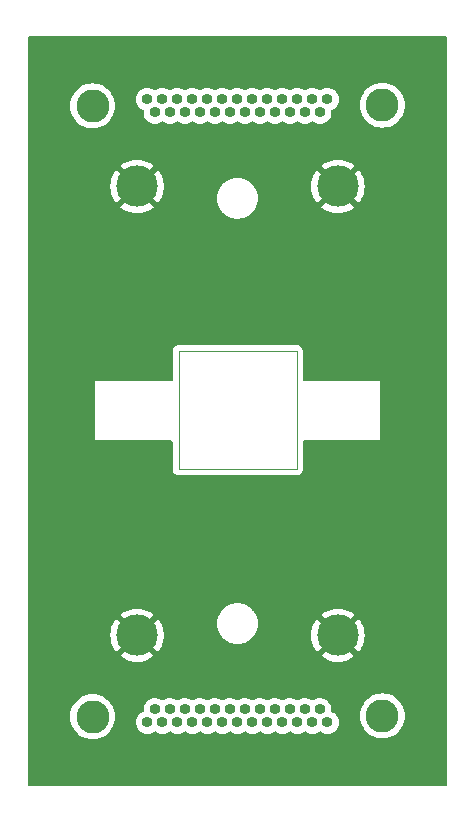
<source format=gbr>
%TF.GenerationSoftware,KiCad,Pcbnew,7.0.2*%
%TF.CreationDate,2023-09-29T19:09:54-06:00*%
%TF.ProjectId,micro-d-tes-aaray,6d696372-6f2d-4642-9d74-65732d616172,rev?*%
%TF.SameCoordinates,Original*%
%TF.FileFunction,Copper,L4,Bot*%
%TF.FilePolarity,Positive*%
%FSLAX46Y46*%
G04 Gerber Fmt 4.6, Leading zero omitted, Abs format (unit mm)*
G04 Created by KiCad (PCBNEW 7.0.2) date 2023-09-29 19:09:54*
%MOMM*%
%LPD*%
G01*
G04 APERTURE LIST*
%TA.AperFunction,NonConductor*%
%ADD10C,0.010000*%
%TD*%
%TA.AperFunction,ComponentPad*%
%ADD11C,3.500000*%
%TD*%
%TA.AperFunction,ComponentPad*%
%ADD12O,0.920000X0.920000*%
%TD*%
%TA.AperFunction,SMDPad,CuDef*%
%ADD13C,2.800000*%
%TD*%
G04 APERTURE END LIST*
D10*
X12760000Y-26690000D02*
X22760000Y-26690000D01*
X22760000Y-36690000D01*
X12760000Y-36690000D01*
X12760000Y-26690000D01*
D11*
%TO.P,H1,1,1*%
%TO.N,GND*%
X9250000Y-50750000D03*
%TD*%
%TO.P,H4,1,1*%
%TO.N,GND*%
X9250000Y-12750000D03*
%TD*%
%TO.P,H3,1,1*%
%TO.N,GND*%
X26250000Y-50750000D03*
%TD*%
%TO.P,H2,1,1*%
%TO.N,GND*%
X26250000Y-12750000D03*
%TD*%
D12*
%TO.P,J99,1,1*%
%TO.N,Net-(J1-Pin_1)*%
X25370000Y-5374500D03*
%TO.P,J99,2,2*%
%TO.N,Net-(J2-Pin_1)*%
X24100000Y-5374500D03*
%TO.P,J99,3,3*%
%TO.N,Net-(J3-Pin_1)*%
X22830000Y-5374500D03*
%TO.P,J99,4,4*%
%TO.N,Net-(J4-Pin_1)*%
X21560000Y-5374500D03*
%TO.P,J99,5,5*%
%TO.N,Net-(J5-Pin_1)*%
X20290000Y-5374500D03*
%TO.P,J99,6,6*%
%TO.N,Net-(J6-Pin_1)*%
X19020000Y-5374500D03*
%TO.P,J99,7,7*%
%TO.N,Net-(J7-Pin_1)*%
X17750000Y-5374500D03*
%TO.P,J99,8,8*%
%TO.N,Net-(J8-Pin_1)*%
X16480000Y-5374500D03*
%TO.P,J99,9,9*%
%TO.N,Net-(J9-Pin_1)*%
X15210000Y-5374500D03*
%TO.P,J99,10,10*%
%TO.N,Net-(J10-Pin_1)*%
X13940000Y-5374500D03*
%TO.P,J99,11,11*%
%TO.N,Net-(J11-Pin_1)*%
X12670000Y-5374500D03*
%TO.P,J99,12,12*%
%TO.N,Net-(J12-Pin_1)*%
X11400000Y-5374500D03*
%TO.P,J99,13,13*%
%TO.N,Net-(J13-Pin_1)*%
X10130000Y-5374500D03*
%TO.P,J99,14,P14*%
%TO.N,Net-(J14-Pin_1)*%
X24735000Y-6474500D03*
%TO.P,J99,15,P15*%
%TO.N,Net-(J15-Pin_1)*%
X23465000Y-6474500D03*
%TO.P,J99,16,P16*%
%TO.N,Net-(J16-Pin_1)*%
X22195000Y-6474500D03*
%TO.P,J99,17,P17*%
%TO.N,Net-(J17-Pin_1)*%
X20925000Y-6474500D03*
%TO.P,J99,18,P18*%
%TO.N,Net-(J18-Pin_1)*%
X19655000Y-6474500D03*
%TO.P,J99,19,P19*%
%TO.N,Net-(J19-Pin_1)*%
X18385000Y-6474500D03*
%TO.P,J99,20,P20*%
%TO.N,Net-(J20-Pin_1)*%
X17115000Y-6474500D03*
%TO.P,J99,21,P21*%
%TO.N,Net-(J21-Pin_1)*%
X15845000Y-6474500D03*
%TO.P,J99,22,P22*%
%TO.N,Net-(J22-Pin_1)*%
X14575000Y-6474500D03*
%TO.P,J99,23,P23*%
%TO.N,Net-(J23-Pin_1)*%
X13305000Y-6474500D03*
%TO.P,J99,24,P24*%
%TO.N,Net-(J24-Pin_1)*%
X12035000Y-6474500D03*
%TO.P,J99,25,P25*%
%TO.N,Net-(J25-Pin_1)*%
X10765000Y-6474500D03*
D13*
%TO.P,J99,GND*%
%TO.N,N/C*%
X30025000Y-5864500D03*
X5475000Y-5924500D03*
%TD*%
D12*
%TO.P,J26,1,1*%
%TO.N,Net-(D1-Pin_1)*%
X10130000Y-58124500D03*
%TO.P,J26,2,2*%
%TO.N,Net-(D2-Pin_1)*%
X11400000Y-58124500D03*
%TO.P,J26,3,3*%
%TO.N,Net-(D3-Pin_1)*%
X12670000Y-58124500D03*
%TO.P,J26,4,4*%
%TO.N,Net-(D4-Pin_1)*%
X13940000Y-58124500D03*
%TO.P,J26,5,5*%
%TO.N,Net-(D5-Pin_1)*%
X15210000Y-58124500D03*
%TO.P,J26,6,6*%
%TO.N,Net-(D6-Pin_1)*%
X16480000Y-58124500D03*
%TO.P,J26,7,7*%
%TO.N,Net-(D7-Pin_1)*%
X17750000Y-58124500D03*
%TO.P,J26,8,8*%
%TO.N,Net-(D8-Pin_1)*%
X19020000Y-58124500D03*
%TO.P,J26,9,9*%
%TO.N,Net-(D9-Pin_1)*%
X20290000Y-58124500D03*
%TO.P,J26,10,10*%
%TO.N,Net-(D10-Pin_1)*%
X21560000Y-58124500D03*
%TO.P,J26,11,11*%
%TO.N,Net-(D11-Pin_1)*%
X22830000Y-58124500D03*
%TO.P,J26,12,12*%
%TO.N,Net-(D12-Pin_1)*%
X24100000Y-58124500D03*
%TO.P,J26,13,13*%
%TO.N,Net-(D13-Pin_1)*%
X25370000Y-58124500D03*
%TO.P,J26,14,P14*%
%TO.N,Net-(D14-Pin_1)*%
X10765000Y-57024500D03*
%TO.P,J26,15,P15*%
%TO.N,Net-(D15-Pin_1)*%
X12035000Y-57024500D03*
%TO.P,J26,16,P16*%
%TO.N,Net-(D16-Pin_1)*%
X13305000Y-57024500D03*
%TO.P,J26,17,P17*%
%TO.N,Net-(D17-Pin_1)*%
X14575000Y-57024500D03*
%TO.P,J26,18,P18*%
%TO.N,Net-(D18-Pin_1)*%
X15845000Y-57024500D03*
%TO.P,J26,19,P19*%
%TO.N,Net-(D19-Pin_1)*%
X17115000Y-57024500D03*
%TO.P,J26,20,P20*%
%TO.N,Net-(D20-Pin_1)*%
X18385000Y-57024500D03*
%TO.P,J26,21,P21*%
%TO.N,Net-(D21-Pin_1)*%
X19655000Y-57024500D03*
%TO.P,J26,22,P22*%
%TO.N,Net-(D22-Pin_1)*%
X20925000Y-57024500D03*
%TO.P,J26,23,P23*%
%TO.N,Net-(D23-Pin_1)*%
X22195000Y-57024500D03*
%TO.P,J26,24,P24*%
%TO.N,Net-(D24-Pin_1)*%
X23465000Y-57024500D03*
%TO.P,J26,25,P25*%
%TO.N,Net-(D25-Pin_1)*%
X24735000Y-57024500D03*
D13*
%TO.P,J26,GND*%
%TO.N,N/C*%
X5475000Y-57634500D03*
X30025000Y-57574500D03*
%TD*%
%TA.AperFunction,Conductor*%
%TO.N,GND*%
G36*
X35442539Y-20185D02*
G01*
X35488294Y-72989D01*
X35499500Y-124500D01*
X35499500Y-63375500D01*
X35479815Y-63442539D01*
X35427011Y-63488294D01*
X35375500Y-63499500D01*
X124500Y-63499500D01*
X57461Y-63479815D01*
X11706Y-63427011D01*
X500Y-63375500D01*
X500Y-57634500D01*
X3569644Y-57634500D01*
X3589039Y-57905661D01*
X3646823Y-58171296D01*
X3646825Y-58171301D01*
X3741828Y-58426013D01*
X3741830Y-58426017D01*
X3741831Y-58426019D01*
X3872109Y-58664608D01*
X3872113Y-58664613D01*
X4035029Y-58882242D01*
X4227258Y-59074471D01*
X4364737Y-59177387D01*
X4444891Y-59237390D01*
X4640802Y-59344364D01*
X4683487Y-59367672D01*
X4938199Y-59462675D01*
X4938202Y-59462675D01*
X4938203Y-59462676D01*
X4987852Y-59473476D01*
X5203840Y-59520461D01*
X5454110Y-59538360D01*
X5474999Y-59539855D01*
X5474999Y-59539854D01*
X5475000Y-59539855D01*
X5746160Y-59520461D01*
X6011801Y-59462675D01*
X6266513Y-59367672D01*
X6505113Y-59237387D01*
X6722742Y-59074471D01*
X6914971Y-58882242D01*
X7077887Y-58664613D01*
X7208172Y-58426013D01*
X7303175Y-58171301D01*
X7313356Y-58124500D01*
X9164853Y-58124500D01*
X9183397Y-58312789D01*
X9199544Y-58366019D01*
X9238320Y-58493846D01*
X9327510Y-58660707D01*
X9330716Y-58664613D01*
X9447537Y-58806962D01*
X9494999Y-58845912D01*
X9593793Y-58926990D01*
X9760654Y-59016180D01*
X9941709Y-59071102D01*
X10130000Y-59089647D01*
X10318291Y-59071102D01*
X10499346Y-59016180D01*
X10666207Y-58926990D01*
X10686332Y-58910473D01*
X10750642Y-58883158D01*
X10819510Y-58894948D01*
X10843662Y-58910469D01*
X10863793Y-58926990D01*
X11030654Y-59016180D01*
X11211709Y-59071102D01*
X11400000Y-59089647D01*
X11588291Y-59071102D01*
X11769346Y-59016180D01*
X11936207Y-58926990D01*
X11956332Y-58910473D01*
X12020642Y-58883158D01*
X12089510Y-58894948D01*
X12113662Y-58910469D01*
X12133793Y-58926990D01*
X12300654Y-59016180D01*
X12481709Y-59071102D01*
X12670000Y-59089647D01*
X12858291Y-59071102D01*
X13039346Y-59016180D01*
X13206207Y-58926990D01*
X13226335Y-58910470D01*
X13290644Y-58883158D01*
X13359512Y-58894949D01*
X13383663Y-58910470D01*
X13403793Y-58926990D01*
X13570654Y-59016180D01*
X13751709Y-59071102D01*
X13940000Y-59089647D01*
X14128291Y-59071102D01*
X14309346Y-59016180D01*
X14476207Y-58926990D01*
X14496333Y-58910472D01*
X14560641Y-58883158D01*
X14629509Y-58894948D01*
X14653663Y-58910470D01*
X14653667Y-58910473D01*
X14673793Y-58926990D01*
X14840654Y-59016180D01*
X15021709Y-59071102D01*
X15210000Y-59089647D01*
X15398291Y-59071102D01*
X15579346Y-59016180D01*
X15746207Y-58926990D01*
X15766332Y-58910473D01*
X15830642Y-58883158D01*
X15899510Y-58894948D01*
X15923662Y-58910469D01*
X15943793Y-58926990D01*
X16110654Y-59016180D01*
X16291709Y-59071102D01*
X16480000Y-59089647D01*
X16668291Y-59071102D01*
X16849346Y-59016180D01*
X17016207Y-58926990D01*
X17036333Y-58910472D01*
X17100641Y-58883158D01*
X17169509Y-58894948D01*
X17193663Y-58910470D01*
X17193667Y-58910473D01*
X17213793Y-58926990D01*
X17380654Y-59016180D01*
X17561709Y-59071102D01*
X17750000Y-59089647D01*
X17938291Y-59071102D01*
X18119346Y-59016180D01*
X18286207Y-58926990D01*
X18306335Y-58910470D01*
X18370644Y-58883158D01*
X18439512Y-58894949D01*
X18463663Y-58910470D01*
X18483793Y-58926990D01*
X18650654Y-59016180D01*
X18831709Y-59071102D01*
X19020000Y-59089647D01*
X19208291Y-59071102D01*
X19389346Y-59016180D01*
X19556207Y-58926990D01*
X19576333Y-58910472D01*
X19640641Y-58883158D01*
X19709509Y-58894948D01*
X19733663Y-58910470D01*
X19733667Y-58910473D01*
X19753793Y-58926990D01*
X19920654Y-59016180D01*
X20101709Y-59071102D01*
X20290000Y-59089647D01*
X20478291Y-59071102D01*
X20659346Y-59016180D01*
X20826207Y-58926990D01*
X20846335Y-58910470D01*
X20910644Y-58883158D01*
X20979512Y-58894949D01*
X21003663Y-58910470D01*
X21023793Y-58926990D01*
X21190654Y-59016180D01*
X21371709Y-59071102D01*
X21560000Y-59089647D01*
X21748291Y-59071102D01*
X21929346Y-59016180D01*
X22096207Y-58926990D01*
X22116333Y-58910472D01*
X22180641Y-58883158D01*
X22249509Y-58894948D01*
X22273663Y-58910470D01*
X22273667Y-58910473D01*
X22293793Y-58926990D01*
X22460654Y-59016180D01*
X22641709Y-59071102D01*
X22830000Y-59089647D01*
X23018291Y-59071102D01*
X23199346Y-59016180D01*
X23366207Y-58926990D01*
X23386335Y-58910470D01*
X23450644Y-58883158D01*
X23519512Y-58894949D01*
X23543663Y-58910470D01*
X23563793Y-58926990D01*
X23730654Y-59016180D01*
X23911709Y-59071102D01*
X24100000Y-59089647D01*
X24288291Y-59071102D01*
X24469346Y-59016180D01*
X24636207Y-58926990D01*
X24656333Y-58910472D01*
X24720641Y-58883158D01*
X24789509Y-58894948D01*
X24813663Y-58910470D01*
X24813667Y-58910473D01*
X24833793Y-58926990D01*
X25000654Y-59016180D01*
X25181709Y-59071102D01*
X25370000Y-59089647D01*
X25558291Y-59071102D01*
X25739346Y-59016180D01*
X25906207Y-58926990D01*
X26052462Y-58806962D01*
X26172490Y-58660707D01*
X26261680Y-58493846D01*
X26316602Y-58312791D01*
X26335147Y-58124500D01*
X26316602Y-57936209D01*
X26261680Y-57755154D01*
X26172490Y-57588293D01*
X26161170Y-57574500D01*
X28119644Y-57574500D01*
X28139039Y-57845661D01*
X28196823Y-58111296D01*
X28196825Y-58111301D01*
X28291828Y-58366013D01*
X28291830Y-58366017D01*
X28291831Y-58366019D01*
X28422109Y-58604608D01*
X28422113Y-58604613D01*
X28585029Y-58822242D01*
X28777258Y-59014471D01*
X28877681Y-59089647D01*
X28994891Y-59177390D01*
X29190802Y-59284364D01*
X29233487Y-59307672D01*
X29488199Y-59402675D01*
X29488202Y-59402675D01*
X29488203Y-59402676D01*
X29537852Y-59413476D01*
X29753840Y-59460461D01*
X30025000Y-59479855D01*
X30296160Y-59460461D01*
X30561801Y-59402675D01*
X30816513Y-59307672D01*
X31055113Y-59177387D01*
X31272742Y-59014471D01*
X31464971Y-58822242D01*
X31627887Y-58604613D01*
X31758172Y-58366013D01*
X31853175Y-58111301D01*
X31910961Y-57845660D01*
X31930355Y-57574500D01*
X31910961Y-57303340D01*
X31853175Y-57037699D01*
X31758172Y-56782987D01*
X31734864Y-56740302D01*
X31627890Y-56544391D01*
X31585895Y-56488293D01*
X31464971Y-56326758D01*
X31272742Y-56134529D01*
X31055113Y-55971613D01*
X31055114Y-55971613D01*
X31055108Y-55971609D01*
X30816519Y-55841331D01*
X30816517Y-55841330D01*
X30816513Y-55841328D01*
X30561801Y-55746325D01*
X30561796Y-55746323D01*
X30296161Y-55688539D01*
X30025000Y-55669144D01*
X29753838Y-55688539D01*
X29488203Y-55746323D01*
X29343956Y-55800124D01*
X29233487Y-55841328D01*
X29233484Y-55841329D01*
X29233480Y-55841331D01*
X28994891Y-55971609D01*
X28777255Y-56134531D01*
X28585031Y-56326755D01*
X28422109Y-56544391D01*
X28291831Y-56782980D01*
X28196823Y-57037703D01*
X28139039Y-57303338D01*
X28119644Y-57574500D01*
X26161170Y-57574500D01*
X26112476Y-57515165D01*
X26052462Y-57442037D01*
X25906207Y-57322010D01*
X25871278Y-57303340D01*
X25755683Y-57241552D01*
X25705841Y-57192591D01*
X25690381Y-57124454D01*
X25690731Y-57120099D01*
X25700147Y-57024500D01*
X25681602Y-56836209D01*
X25626680Y-56655154D01*
X25537490Y-56488293D01*
X25454160Y-56386755D01*
X25417462Y-56342037D01*
X25310247Y-56254049D01*
X25271207Y-56222010D01*
X25104346Y-56132820D01*
X25013818Y-56105359D01*
X24923289Y-56077897D01*
X24735000Y-56059353D01*
X24546710Y-56077897D01*
X24365651Y-56132821D01*
X24198794Y-56222009D01*
X24178661Y-56238531D01*
X24114350Y-56265842D01*
X24045483Y-56254048D01*
X24021334Y-56238528D01*
X24001207Y-56222010D01*
X23834346Y-56132820D01*
X23743818Y-56105359D01*
X23653289Y-56077897D01*
X23485569Y-56061378D01*
X23465000Y-56059353D01*
X23464999Y-56059353D01*
X23276710Y-56077897D01*
X23095651Y-56132821D01*
X22928793Y-56222009D01*
X22908664Y-56238529D01*
X22844353Y-56265841D01*
X22775486Y-56254049D01*
X22751336Y-56238529D01*
X22731206Y-56222009D01*
X22564348Y-56132821D01*
X22564347Y-56132820D01*
X22564346Y-56132820D01*
X22473818Y-56105359D01*
X22383289Y-56077897D01*
X22195000Y-56059353D01*
X22006710Y-56077897D01*
X21825651Y-56132821D01*
X21658794Y-56222009D01*
X21638661Y-56238531D01*
X21574350Y-56265842D01*
X21505483Y-56254048D01*
X21481334Y-56238528D01*
X21461207Y-56222010D01*
X21294346Y-56132820D01*
X21203818Y-56105359D01*
X21113289Y-56077897D01*
X20945569Y-56061378D01*
X20925000Y-56059353D01*
X20924999Y-56059353D01*
X20736710Y-56077897D01*
X20555651Y-56132821D01*
X20388793Y-56222009D01*
X20368664Y-56238529D01*
X20304353Y-56265841D01*
X20235486Y-56254049D01*
X20211336Y-56238529D01*
X20191206Y-56222009D01*
X20024348Y-56132821D01*
X20024347Y-56132820D01*
X20024346Y-56132820D01*
X19933818Y-56105359D01*
X19843289Y-56077897D01*
X19655000Y-56059353D01*
X19466710Y-56077897D01*
X19285651Y-56132821D01*
X19118794Y-56222009D01*
X19098661Y-56238531D01*
X19034350Y-56265842D01*
X18965483Y-56254048D01*
X18941334Y-56238528D01*
X18921207Y-56222010D01*
X18754346Y-56132820D01*
X18663818Y-56105359D01*
X18573289Y-56077897D01*
X18385000Y-56059353D01*
X18196710Y-56077897D01*
X18015651Y-56132821D01*
X17848793Y-56222009D01*
X17828664Y-56238529D01*
X17764353Y-56265841D01*
X17695486Y-56254049D01*
X17671336Y-56238529D01*
X17651206Y-56222009D01*
X17484348Y-56132821D01*
X17484347Y-56132820D01*
X17484346Y-56132820D01*
X17393818Y-56105359D01*
X17303289Y-56077897D01*
X17135569Y-56061378D01*
X17115000Y-56059353D01*
X17114999Y-56059353D01*
X16926710Y-56077897D01*
X16745651Y-56132821D01*
X16578794Y-56222009D01*
X16558661Y-56238531D01*
X16494350Y-56265842D01*
X16425483Y-56254048D01*
X16401334Y-56238528D01*
X16381207Y-56222010D01*
X16214346Y-56132820D01*
X16123818Y-56105359D01*
X16033289Y-56077897D01*
X15845000Y-56059353D01*
X15656710Y-56077897D01*
X15475651Y-56132821D01*
X15308793Y-56222009D01*
X15288664Y-56238529D01*
X15224353Y-56265841D01*
X15155486Y-56254049D01*
X15131336Y-56238529D01*
X15111206Y-56222009D01*
X14944348Y-56132821D01*
X14944347Y-56132820D01*
X14944346Y-56132820D01*
X14853818Y-56105359D01*
X14763289Y-56077897D01*
X14595569Y-56061378D01*
X14575000Y-56059353D01*
X14574999Y-56059353D01*
X14386710Y-56077897D01*
X14205651Y-56132821D01*
X14038794Y-56222009D01*
X14018661Y-56238531D01*
X13954350Y-56265842D01*
X13885483Y-56254048D01*
X13861334Y-56238528D01*
X13841207Y-56222010D01*
X13674346Y-56132820D01*
X13583818Y-56105359D01*
X13493289Y-56077897D01*
X13325569Y-56061378D01*
X13305000Y-56059353D01*
X13304999Y-56059353D01*
X13116710Y-56077897D01*
X12935651Y-56132821D01*
X12768793Y-56222009D01*
X12748664Y-56238529D01*
X12684353Y-56265841D01*
X12615486Y-56254049D01*
X12591336Y-56238529D01*
X12571206Y-56222009D01*
X12404348Y-56132821D01*
X12404347Y-56132820D01*
X12404346Y-56132820D01*
X12313818Y-56105359D01*
X12223289Y-56077897D01*
X12035000Y-56059353D01*
X11846710Y-56077897D01*
X11665651Y-56132821D01*
X11498794Y-56222009D01*
X11478661Y-56238531D01*
X11414350Y-56265842D01*
X11345483Y-56254048D01*
X11321334Y-56238528D01*
X11301207Y-56222010D01*
X11134346Y-56132820D01*
X11043818Y-56105359D01*
X10953289Y-56077897D01*
X10785569Y-56061378D01*
X10765000Y-56059353D01*
X10764999Y-56059353D01*
X10576710Y-56077897D01*
X10395651Y-56132821D01*
X10228794Y-56222009D01*
X10082537Y-56342037D01*
X9962509Y-56488294D01*
X9873321Y-56655151D01*
X9818397Y-56836210D01*
X9799853Y-57024500D01*
X9809262Y-57120042D01*
X9796243Y-57188688D01*
X9748177Y-57239398D01*
X9744314Y-57241552D01*
X9593794Y-57322008D01*
X9447537Y-57442037D01*
X9327509Y-57588294D01*
X9238321Y-57755151D01*
X9183397Y-57936210D01*
X9164853Y-58124500D01*
X7313356Y-58124500D01*
X7360961Y-57905660D01*
X7380355Y-57634500D01*
X7360961Y-57363340D01*
X7303175Y-57097699D01*
X7208172Y-56842987D01*
X7105608Y-56655154D01*
X7077890Y-56604391D01*
X6990980Y-56488294D01*
X6914971Y-56386758D01*
X6722742Y-56194529D01*
X6505113Y-56031613D01*
X6505114Y-56031613D01*
X6505108Y-56031609D01*
X6266519Y-55901331D01*
X6266517Y-55901330D01*
X6266513Y-55901328D01*
X6011801Y-55806325D01*
X6011796Y-55806323D01*
X5746161Y-55748539D01*
X5475000Y-55729144D01*
X5203838Y-55748539D01*
X4938203Y-55806323D01*
X4793956Y-55860124D01*
X4683487Y-55901328D01*
X4683484Y-55901329D01*
X4683480Y-55901331D01*
X4444891Y-56031609D01*
X4227255Y-56194531D01*
X4035031Y-56386755D01*
X3872109Y-56604391D01*
X3741831Y-56842980D01*
X3646823Y-57097703D01*
X3589039Y-57363338D01*
X3569644Y-57634500D01*
X500Y-57634500D01*
X500Y-50754043D01*
X6995437Y-50754043D01*
X7014197Y-51040271D01*
X7015253Y-51048293D01*
X7071210Y-51329608D01*
X7073307Y-51337436D01*
X7165505Y-51609038D01*
X7168607Y-51616528D01*
X7295466Y-51873774D01*
X7299516Y-51880788D01*
X7458866Y-52119271D01*
X7463805Y-52125708D01*
X7490405Y-52156039D01*
X7490406Y-52156039D01*
X8279438Y-51367007D01*
X8328348Y-51445999D01*
X8471931Y-51603501D01*
X8630388Y-51723163D01*
X7843959Y-52509592D01*
X7843959Y-52509593D01*
X7874291Y-52536194D01*
X7880728Y-52541133D01*
X8119211Y-52700483D01*
X8126225Y-52704533D01*
X8383471Y-52831392D01*
X8390961Y-52834494D01*
X8662563Y-52926692D01*
X8670391Y-52928789D01*
X8951706Y-52984746D01*
X8959728Y-52985802D01*
X9245957Y-53004563D01*
X9254043Y-53004563D01*
X9540271Y-52985802D01*
X9548293Y-52984746D01*
X9829608Y-52928789D01*
X9837436Y-52926692D01*
X10109038Y-52834494D01*
X10116528Y-52831392D01*
X10373774Y-52704533D01*
X10380788Y-52700483D01*
X10619273Y-52541132D01*
X10625698Y-52536201D01*
X10656040Y-52509592D01*
X9869611Y-51723163D01*
X10028069Y-51603501D01*
X10171652Y-51445999D01*
X10220560Y-51367008D01*
X11009592Y-52156040D01*
X11036201Y-52125698D01*
X11041132Y-52119273D01*
X11200483Y-51880788D01*
X11204533Y-51873774D01*
X11331392Y-51616528D01*
X11334494Y-51609038D01*
X11426692Y-51337436D01*
X11428789Y-51329608D01*
X11484746Y-51048293D01*
X11485802Y-51040271D01*
X11504563Y-50754043D01*
X11504563Y-50745956D01*
X11485802Y-50459728D01*
X11484746Y-50451706D01*
X11428789Y-50170391D01*
X11426692Y-50162563D01*
X11334494Y-49890961D01*
X11331392Y-49883471D01*
X11265571Y-49749999D01*
X16017655Y-49749999D01*
X16023735Y-49831125D01*
X16021668Y-49840781D01*
X16026345Y-49871058D01*
X16027450Y-49880696D01*
X16027719Y-49884277D01*
X16028067Y-49893566D01*
X16028067Y-49919090D01*
X16031165Y-49930271D01*
X16037004Y-50008191D01*
X16055825Y-50090650D01*
X16055156Y-50101568D01*
X16064959Y-50132544D01*
X16067630Y-50142368D01*
X16068573Y-50146500D01*
X16070228Y-50155161D01*
X16073802Y-50178303D01*
X16077942Y-50187549D01*
X16094619Y-50260619D01*
X16126701Y-50342361D01*
X16127758Y-50354295D01*
X16142887Y-50384849D01*
X16147182Y-50394546D01*
X16149237Y-50399782D01*
X16152023Y-50407652D01*
X16158327Y-50427574D01*
X16162991Y-50434827D01*
X16189212Y-50501636D01*
X16234745Y-50580501D01*
X16237808Y-50593130D01*
X16258209Y-50622133D01*
X16264171Y-50631470D01*
X16268002Y-50638105D01*
X16271741Y-50645086D01*
X16279687Y-50661134D01*
X16284366Y-50666447D01*
X16318670Y-50725865D01*
X16377481Y-50799610D01*
X16382767Y-50812558D01*
X16408167Y-50838951D01*
X16415767Y-50847621D01*
X16422313Y-50855829D01*
X16426790Y-50861803D01*
X16435058Y-50873557D01*
X16439269Y-50877091D01*
X16480101Y-50928292D01*
X16551639Y-50994670D01*
X16559289Y-51007514D01*
X16589218Y-51030328D01*
X16598377Y-51038036D01*
X16608836Y-51047741D01*
X16613825Y-51052641D01*
X16620861Y-51059952D01*
X16624171Y-51061971D01*
X16669894Y-51104396D01*
X16669900Y-51104400D01*
X16669901Y-51104401D01*
X16713263Y-51133965D01*
X16753241Y-51161221D01*
X16763321Y-51173514D01*
X16797135Y-51191902D01*
X16807750Y-51198385D01*
X16823372Y-51209036D01*
X16828693Y-51212873D01*
X16832767Y-51215978D01*
X16834813Y-51216836D01*
X16883827Y-51250254D01*
X16927181Y-51271131D01*
X16977668Y-51295445D01*
X16990159Y-51306722D01*
X17027072Y-51319980D01*
X17038958Y-51324961D01*
X17061245Y-51335693D01*
X17065761Y-51338006D01*
X17066359Y-51338156D01*
X17117104Y-51362594D01*
X17219776Y-51394264D01*
X17234563Y-51404053D01*
X17273657Y-51411635D01*
X17286587Y-51414872D01*
X17364517Y-51438911D01*
X17474019Y-51455415D01*
X17490898Y-51463263D01*
X17531190Y-51464808D01*
X17544920Y-51466102D01*
X17620542Y-51477500D01*
X17734590Y-51477500D01*
X17753287Y-51482990D01*
X17793759Y-51478318D01*
X17807980Y-51477500D01*
X17879457Y-51477500D01*
X17879458Y-51477500D01*
X17995495Y-51460010D01*
X18015639Y-51462767D01*
X18055227Y-51451888D01*
X18069599Y-51448841D01*
X18135483Y-51438911D01*
X18250781Y-51403345D01*
X18271945Y-51403057D01*
X18309645Y-51386157D01*
X18323817Y-51380817D01*
X18382896Y-51362594D01*
X18494593Y-51308803D01*
X18516275Y-51305232D01*
X18551108Y-51282675D01*
X18564694Y-51275044D01*
X18616172Y-51250254D01*
X18721347Y-51178546D01*
X18743012Y-51171539D01*
X18774085Y-51143847D01*
X18786731Y-51133968D01*
X18830099Y-51104401D01*
X18925848Y-51015558D01*
X18946926Y-51005052D01*
X18973453Y-50972886D01*
X18984772Y-50960884D01*
X19019898Y-50928293D01*
X19103406Y-50823576D01*
X19123302Y-50809611D01*
X19144618Y-50773757D01*
X19154249Y-50759822D01*
X19158858Y-50754043D01*
X23995437Y-50754043D01*
X24014197Y-51040271D01*
X24015253Y-51048293D01*
X24071210Y-51329608D01*
X24073307Y-51337436D01*
X24165505Y-51609038D01*
X24168607Y-51616528D01*
X24295466Y-51873774D01*
X24299516Y-51880788D01*
X24458866Y-52119271D01*
X24463805Y-52125708D01*
X24490405Y-52156039D01*
X24490406Y-52156039D01*
X25279438Y-51367007D01*
X25328348Y-51445999D01*
X25471931Y-51603501D01*
X25630388Y-51723163D01*
X24843959Y-52509592D01*
X24843959Y-52509593D01*
X24874291Y-52536194D01*
X24880728Y-52541133D01*
X25119211Y-52700483D01*
X25126225Y-52704533D01*
X25383471Y-52831392D01*
X25390961Y-52834494D01*
X25662563Y-52926692D01*
X25670391Y-52928789D01*
X25951706Y-52984746D01*
X25959728Y-52985802D01*
X26245957Y-53004563D01*
X26254043Y-53004563D01*
X26540271Y-52985802D01*
X26548293Y-52984746D01*
X26829608Y-52928789D01*
X26837436Y-52926692D01*
X27109038Y-52834494D01*
X27116528Y-52831392D01*
X27373774Y-52704533D01*
X27380788Y-52700483D01*
X27619273Y-52541132D01*
X27625698Y-52536201D01*
X27656040Y-52509592D01*
X26869611Y-51723163D01*
X27028069Y-51603501D01*
X27171652Y-51445999D01*
X27220560Y-51367008D01*
X28009592Y-52156040D01*
X28036201Y-52125698D01*
X28041132Y-52119273D01*
X28200483Y-51880788D01*
X28204533Y-51873774D01*
X28331392Y-51616528D01*
X28334494Y-51609038D01*
X28426692Y-51337436D01*
X28428789Y-51329608D01*
X28484746Y-51048293D01*
X28485802Y-51040271D01*
X28504563Y-50754043D01*
X28504563Y-50745956D01*
X28485802Y-50459728D01*
X28484746Y-50451706D01*
X28428789Y-50170391D01*
X28426692Y-50162563D01*
X28334494Y-49890961D01*
X28331392Y-49883471D01*
X28204533Y-49626225D01*
X28200483Y-49619211D01*
X28041133Y-49380728D01*
X28036194Y-49374291D01*
X28009592Y-49343959D01*
X27220560Y-50132991D01*
X27171652Y-50054001D01*
X27028069Y-49896499D01*
X26869610Y-49776835D01*
X27656039Y-48990406D01*
X27656039Y-48990405D01*
X27625708Y-48963805D01*
X27619271Y-48958866D01*
X27380788Y-48799516D01*
X27373774Y-48795466D01*
X27116528Y-48668607D01*
X27109038Y-48665505D01*
X26837436Y-48573307D01*
X26829608Y-48571210D01*
X26548293Y-48515253D01*
X26540271Y-48514197D01*
X26254043Y-48495437D01*
X26245957Y-48495437D01*
X25959728Y-48514197D01*
X25951706Y-48515253D01*
X25670391Y-48571210D01*
X25662563Y-48573307D01*
X25390961Y-48665505D01*
X25383471Y-48668607D01*
X25126225Y-48795466D01*
X25119211Y-48799516D01*
X24880723Y-48958869D01*
X24874295Y-48963801D01*
X24843958Y-48990405D01*
X24843958Y-48990406D01*
X25630388Y-49776836D01*
X25471931Y-49896499D01*
X25328348Y-50054001D01*
X25279439Y-50132991D01*
X24490406Y-49343958D01*
X24490405Y-49343958D01*
X24463801Y-49374295D01*
X24458869Y-49380723D01*
X24299516Y-49619211D01*
X24295466Y-49626225D01*
X24168607Y-49883471D01*
X24165505Y-49890961D01*
X24073307Y-50162563D01*
X24071210Y-50170391D01*
X24015253Y-50451706D01*
X24014197Y-50459728D01*
X23995437Y-50745956D01*
X23995437Y-50754043D01*
X19158858Y-50754043D01*
X19181330Y-50725864D01*
X19231998Y-50638105D01*
X19249965Y-50606985D01*
X19268098Y-50589693D01*
X19283685Y-50551021D01*
X19291300Y-50535388D01*
X19310788Y-50501636D01*
X19405381Y-50260617D01*
X19462995Y-50008192D01*
X19482344Y-49750000D01*
X19462995Y-49491808D01*
X19405381Y-49239383D01*
X19310788Y-48998364D01*
X19291307Y-48964622D01*
X19283686Y-48948980D01*
X19271270Y-48918175D01*
X19249967Y-48893019D01*
X19181328Y-48774132D01*
X19154259Y-48740189D01*
X19144619Y-48726243D01*
X19127508Y-48697463D01*
X19103410Y-48676428D01*
X19019898Y-48571707D01*
X18984778Y-48539120D01*
X18973455Y-48527116D01*
X18951997Y-48501096D01*
X18925849Y-48484442D01*
X18830096Y-48395596D01*
X18786740Y-48366036D01*
X18774092Y-48356156D01*
X18748769Y-48333588D01*
X18721351Y-48321455D01*
X18616172Y-48249746D01*
X18616171Y-48249745D01*
X18616169Y-48249744D01*
X18564714Y-48224965D01*
X18551114Y-48217327D01*
X18522515Y-48198807D01*
X18494593Y-48191196D01*
X18382900Y-48137407D01*
X18323822Y-48119184D01*
X18309649Y-48113844D01*
X18278476Y-48099869D01*
X18250781Y-48096653D01*
X18135485Y-48061089D01*
X18069616Y-48051161D01*
X18055241Y-48048114D01*
X18022270Y-48039053D01*
X17995496Y-48039989D01*
X17879459Y-48022500D01*
X17879458Y-48022500D01*
X17807975Y-48022500D01*
X17793755Y-48021682D01*
X17759824Y-48017765D01*
X17734589Y-48022500D01*
X17620542Y-48022500D01*
X17544939Y-48033895D01*
X17531207Y-48035189D01*
X17497191Y-48036492D01*
X17474020Y-48044584D01*
X17364515Y-48061089D01*
X17286612Y-48085119D01*
X17273671Y-48088360D01*
X17240452Y-48094802D01*
X17219778Y-48105735D01*
X17117101Y-48137406D01*
X17066361Y-48161842D01*
X17065906Y-48161916D01*
X17061223Y-48164316D01*
X17038971Y-48175033D01*
X17027079Y-48180016D01*
X16995508Y-48191354D01*
X16977669Y-48204554D01*
X16883828Y-48249746D01*
X16834810Y-48283165D01*
X16833208Y-48283682D01*
X16828678Y-48287136D01*
X16823363Y-48290969D01*
X16807760Y-48301607D01*
X16797147Y-48308089D01*
X16768038Y-48323918D01*
X16753243Y-48338776D01*
X16669900Y-48395599D01*
X16624171Y-48438029D01*
X16621539Y-48439340D01*
X16613806Y-48447376D01*
X16608807Y-48452285D01*
X16598392Y-48461949D01*
X16589222Y-48469668D01*
X16563304Y-48489424D01*
X16551640Y-48505329D01*
X16480101Y-48571708D01*
X16439269Y-48622908D01*
X16435862Y-48625299D01*
X16426788Y-48638199D01*
X16422320Y-48644161D01*
X16415776Y-48652368D01*
X16408169Y-48661047D01*
X16386034Y-48684046D01*
X16377482Y-48700386D01*
X16318671Y-48774132D01*
X16284365Y-48833553D01*
X16280486Y-48837250D01*
X16271739Y-48854917D01*
X16268005Y-48861888D01*
X16264174Y-48868524D01*
X16258209Y-48877867D01*
X16240329Y-48903287D01*
X16234747Y-48919495D01*
X16189212Y-48998364D01*
X16162992Y-49065171D01*
X16158989Y-49070331D01*
X16152020Y-49092354D01*
X16149231Y-49100233D01*
X16147196Y-49105419D01*
X16142889Y-49115146D01*
X16129550Y-49142084D01*
X16126702Y-49157636D01*
X16094619Y-49239383D01*
X16077942Y-49312449D01*
X16074195Y-49319147D01*
X16070226Y-49344842D01*
X16068576Y-49353483D01*
X16067635Y-49357609D01*
X16064960Y-49367450D01*
X16056268Y-49394914D01*
X16055825Y-49409348D01*
X16037004Y-49491808D01*
X16031165Y-49569727D01*
X16028067Y-49577947D01*
X16028067Y-49606433D01*
X16027718Y-49615727D01*
X16027449Y-49619306D01*
X16026345Y-49628938D01*
X16022176Y-49655931D01*
X16023735Y-49668872D01*
X16017655Y-49749999D01*
X11265571Y-49749999D01*
X11204533Y-49626225D01*
X11200483Y-49619211D01*
X11041133Y-49380728D01*
X11036194Y-49374291D01*
X11009592Y-49343959D01*
X10220560Y-50132991D01*
X10171652Y-50054001D01*
X10028069Y-49896499D01*
X9869610Y-49776835D01*
X10656039Y-48990406D01*
X10656039Y-48990405D01*
X10625708Y-48963805D01*
X10619271Y-48958866D01*
X10380788Y-48799516D01*
X10373774Y-48795466D01*
X10116528Y-48668607D01*
X10109038Y-48665505D01*
X9837436Y-48573307D01*
X9829608Y-48571210D01*
X9548293Y-48515253D01*
X9540271Y-48514197D01*
X9254043Y-48495437D01*
X9245957Y-48495437D01*
X8959728Y-48514197D01*
X8951706Y-48515253D01*
X8670391Y-48571210D01*
X8662563Y-48573307D01*
X8390961Y-48665505D01*
X8383471Y-48668607D01*
X8126225Y-48795466D01*
X8119211Y-48799516D01*
X7880723Y-48958869D01*
X7874295Y-48963801D01*
X7843958Y-48990405D01*
X7843958Y-48990406D01*
X8630388Y-49776836D01*
X8471931Y-49896499D01*
X8328348Y-50054001D01*
X8279439Y-50132991D01*
X7490406Y-49343958D01*
X7490405Y-49343958D01*
X7463801Y-49374295D01*
X7458869Y-49380723D01*
X7299516Y-49619211D01*
X7295466Y-49626225D01*
X7168607Y-49883471D01*
X7165505Y-49890961D01*
X7073307Y-50162563D01*
X7071210Y-50170391D01*
X7015253Y-50451706D01*
X7014197Y-50459728D01*
X6995437Y-50745956D01*
X6995437Y-50754043D01*
X500Y-50754043D01*
X500Y-34225889D01*
X5679416Y-34225889D01*
X5679459Y-34250000D01*
X5679501Y-34250101D01*
X5679616Y-34250382D01*
X5679618Y-34250384D01*
X5679808Y-34250462D01*
X5680000Y-34250541D01*
X5680002Y-34250539D01*
X5704616Y-34250524D01*
X5704616Y-34250528D01*
X5704760Y-34250500D01*
X12130500Y-34250500D01*
X12197539Y-34270185D01*
X12243294Y-34322989D01*
X12254500Y-34374500D01*
X12254500Y-36762680D01*
X12262292Y-36789218D01*
X12266053Y-36806506D01*
X12269988Y-36833879D01*
X12281476Y-36859034D01*
X12287657Y-36875605D01*
X12295452Y-36902151D01*
X12310408Y-36925424D01*
X12318884Y-36940947D01*
X12330373Y-36966103D01*
X12330374Y-36966104D01*
X12348477Y-36986996D01*
X12348483Y-36987002D01*
X12359084Y-37001163D01*
X12374040Y-37024436D01*
X12394947Y-37042552D01*
X12407447Y-37055052D01*
X12425564Y-37075960D01*
X12448833Y-37090913D01*
X12462997Y-37101517D01*
X12483893Y-37119624D01*
X12483894Y-37119624D01*
X12483896Y-37119626D01*
X12509061Y-37131118D01*
X12524574Y-37139590D01*
X12547848Y-37154547D01*
X12574392Y-37162341D01*
X12590952Y-37168517D01*
X12616120Y-37180011D01*
X12643491Y-37183945D01*
X12660776Y-37187705D01*
X12687320Y-37195500D01*
X12687321Y-37195500D01*
X22832679Y-37195500D01*
X22832680Y-37195500D01*
X22859223Y-37187705D01*
X22876509Y-37183945D01*
X22903880Y-37180011D01*
X22929046Y-37168517D01*
X22945616Y-37162338D01*
X22972152Y-37154547D01*
X22995426Y-37139589D01*
X23010945Y-37131115D01*
X23036104Y-37119626D01*
X23057002Y-37101516D01*
X23071163Y-37090915D01*
X23094436Y-37075960D01*
X23112547Y-37055057D01*
X23125060Y-37042545D01*
X23145960Y-37024436D01*
X23160915Y-37001163D01*
X23171516Y-36987002D01*
X23189626Y-36966104D01*
X23201115Y-36940945D01*
X23209591Y-36925424D01*
X23224547Y-36902152D01*
X23232338Y-36875616D01*
X23238517Y-36859046D01*
X23250011Y-36833880D01*
X23253946Y-36806506D01*
X23257705Y-36789223D01*
X23265500Y-36762680D01*
X23265500Y-36617320D01*
X23265500Y-34374499D01*
X23285185Y-34307461D01*
X23337989Y-34261706D01*
X23389500Y-34250500D01*
X29795240Y-34250500D01*
X29795383Y-34250528D01*
X29795384Y-34250524D01*
X29819997Y-34250539D01*
X29820000Y-34250541D01*
X29820383Y-34250383D01*
X29820500Y-34250099D01*
X29820541Y-34250000D01*
X29820540Y-34249997D01*
X29820583Y-34225889D01*
X29820500Y-34225467D01*
X29820500Y-29274759D01*
X29820528Y-29274616D01*
X29820524Y-29274616D01*
X29820539Y-29250002D01*
X29820541Y-29250000D01*
X29820462Y-29249808D01*
X29820384Y-29249618D01*
X29820383Y-29249617D01*
X29820379Y-29249615D01*
X29820097Y-29249499D01*
X29820000Y-29249459D01*
X29795446Y-29249459D01*
X29795240Y-29249500D01*
X23389500Y-29249500D01*
X23322461Y-29229815D01*
X23276706Y-29177011D01*
X23265500Y-29125500D01*
X23265500Y-26617321D01*
X23265500Y-26617320D01*
X23257705Y-26590776D01*
X23253945Y-26573488D01*
X23250011Y-26546122D01*
X23250011Y-26546121D01*
X23250011Y-26546120D01*
X23238517Y-26520952D01*
X23232341Y-26504392D01*
X23224547Y-26477848D01*
X23209590Y-26454574D01*
X23201118Y-26439061D01*
X23189626Y-26413896D01*
X23189624Y-26413894D01*
X23189624Y-26413893D01*
X23171517Y-26392997D01*
X23160911Y-26378830D01*
X23145960Y-26355564D01*
X23145957Y-26355561D01*
X23125052Y-26337447D01*
X23112550Y-26324945D01*
X23094436Y-26304040D01*
X23071163Y-26289084D01*
X23057002Y-26278483D01*
X23036103Y-26260373D01*
X23010947Y-26248884D01*
X22995424Y-26240408D01*
X22972151Y-26225452D01*
X22945605Y-26217657D01*
X22929034Y-26211476D01*
X22903879Y-26199988D01*
X22876506Y-26196053D01*
X22859218Y-26192292D01*
X22832681Y-26184500D01*
X22832680Y-26184500D01*
X22796153Y-26184500D01*
X12832680Y-26184500D01*
X12687320Y-26184500D01*
X12687319Y-26184500D01*
X12660780Y-26192292D01*
X12643498Y-26196051D01*
X12616121Y-26199987D01*
X12590955Y-26211480D01*
X12574385Y-26217660D01*
X12547848Y-26225452D01*
X12524568Y-26240412D01*
X12509052Y-26248884D01*
X12483897Y-26260373D01*
X12462997Y-26278483D01*
X12448836Y-26289084D01*
X12425561Y-26304042D01*
X12407447Y-26324945D01*
X12394945Y-26337447D01*
X12374042Y-26355561D01*
X12359084Y-26378836D01*
X12348483Y-26392997D01*
X12330373Y-26413897D01*
X12318884Y-26439052D01*
X12310412Y-26454568D01*
X12295452Y-26477848D01*
X12287660Y-26504385D01*
X12281480Y-26520955D01*
X12269987Y-26546121D01*
X12266051Y-26573498D01*
X12262292Y-26590780D01*
X12254500Y-26617319D01*
X12254500Y-29125500D01*
X12234815Y-29192539D01*
X12182011Y-29238294D01*
X12130500Y-29249500D01*
X5704760Y-29249500D01*
X5704554Y-29249459D01*
X5679999Y-29249459D01*
X5679900Y-29249500D01*
X5679618Y-29249615D01*
X5679615Y-29249618D01*
X5679459Y-29249999D01*
X5679476Y-29274616D01*
X5679471Y-29274616D01*
X5679500Y-29274759D01*
X5679500Y-34225467D01*
X5679416Y-34225889D01*
X500Y-34225889D01*
X500Y-12754043D01*
X6995437Y-12754043D01*
X7014197Y-13040271D01*
X7015253Y-13048293D01*
X7071210Y-13329608D01*
X7073307Y-13337436D01*
X7165505Y-13609038D01*
X7168607Y-13616528D01*
X7295466Y-13873774D01*
X7299516Y-13880788D01*
X7458866Y-14119271D01*
X7463805Y-14125708D01*
X7490405Y-14156039D01*
X7490406Y-14156039D01*
X8279438Y-13367007D01*
X8328348Y-13445999D01*
X8471931Y-13603501D01*
X8630388Y-13723163D01*
X7843959Y-14509592D01*
X7843959Y-14509593D01*
X7874291Y-14536194D01*
X7880728Y-14541133D01*
X8119211Y-14700483D01*
X8126225Y-14704533D01*
X8383471Y-14831392D01*
X8390961Y-14834494D01*
X8662563Y-14926692D01*
X8670391Y-14928789D01*
X8951706Y-14984746D01*
X8959728Y-14985802D01*
X9245957Y-15004563D01*
X9254043Y-15004563D01*
X9540271Y-14985802D01*
X9548293Y-14984746D01*
X9829608Y-14928789D01*
X9837436Y-14926692D01*
X10109038Y-14834494D01*
X10116528Y-14831392D01*
X10373774Y-14704533D01*
X10380788Y-14700483D01*
X10619273Y-14541132D01*
X10625698Y-14536201D01*
X10656040Y-14509592D01*
X9869611Y-13723163D01*
X10028069Y-13603501D01*
X10171652Y-13445999D01*
X10220560Y-13367008D01*
X11009592Y-14156040D01*
X11036201Y-14125698D01*
X11041132Y-14119273D01*
X11200483Y-13880788D01*
X11204533Y-13873774D01*
X11265572Y-13749999D01*
X16017655Y-13749999D01*
X16023735Y-13831125D01*
X16021668Y-13840781D01*
X16026345Y-13871058D01*
X16027450Y-13880696D01*
X16027719Y-13884277D01*
X16028067Y-13893566D01*
X16028067Y-13919090D01*
X16031165Y-13930271D01*
X16037004Y-14008191D01*
X16055825Y-14090650D01*
X16055156Y-14101568D01*
X16064959Y-14132544D01*
X16067630Y-14142368D01*
X16068573Y-14146500D01*
X16070228Y-14155161D01*
X16073802Y-14178303D01*
X16077942Y-14187549D01*
X16094619Y-14260619D01*
X16126701Y-14342361D01*
X16127758Y-14354295D01*
X16142887Y-14384849D01*
X16147182Y-14394546D01*
X16149237Y-14399782D01*
X16152023Y-14407652D01*
X16158327Y-14427574D01*
X16162991Y-14434827D01*
X16189212Y-14501636D01*
X16234745Y-14580501D01*
X16237808Y-14593130D01*
X16258209Y-14622133D01*
X16264171Y-14631470D01*
X16268002Y-14638105D01*
X16271741Y-14645086D01*
X16279687Y-14661134D01*
X16284366Y-14666447D01*
X16318670Y-14725865D01*
X16377481Y-14799610D01*
X16382767Y-14812558D01*
X16408167Y-14838951D01*
X16415767Y-14847621D01*
X16422313Y-14855829D01*
X16426790Y-14861803D01*
X16435058Y-14873557D01*
X16439269Y-14877091D01*
X16480101Y-14928292D01*
X16551639Y-14994670D01*
X16559289Y-15007514D01*
X16589218Y-15030328D01*
X16598377Y-15038036D01*
X16608836Y-15047741D01*
X16613825Y-15052641D01*
X16620861Y-15059952D01*
X16624171Y-15061971D01*
X16669894Y-15104396D01*
X16669900Y-15104400D01*
X16669901Y-15104401D01*
X16713263Y-15133965D01*
X16753241Y-15161221D01*
X16763321Y-15173514D01*
X16797135Y-15191902D01*
X16807750Y-15198385D01*
X16823372Y-15209036D01*
X16828693Y-15212873D01*
X16832767Y-15215978D01*
X16834813Y-15216836D01*
X16883827Y-15250254D01*
X16927181Y-15271131D01*
X16977668Y-15295445D01*
X16990159Y-15306722D01*
X17027072Y-15319980D01*
X17038958Y-15324961D01*
X17061245Y-15335693D01*
X17065761Y-15338006D01*
X17066359Y-15338156D01*
X17117104Y-15362594D01*
X17219776Y-15394264D01*
X17234563Y-15404053D01*
X17273657Y-15411635D01*
X17286587Y-15414872D01*
X17364517Y-15438911D01*
X17474019Y-15455415D01*
X17490898Y-15463263D01*
X17531190Y-15464808D01*
X17544920Y-15466102D01*
X17620542Y-15477500D01*
X17734590Y-15477500D01*
X17753287Y-15482990D01*
X17793759Y-15478318D01*
X17807980Y-15477500D01*
X17879457Y-15477500D01*
X17879458Y-15477500D01*
X17995495Y-15460010D01*
X18015639Y-15462767D01*
X18055227Y-15451888D01*
X18069599Y-15448841D01*
X18135483Y-15438911D01*
X18250781Y-15403345D01*
X18271945Y-15403057D01*
X18309645Y-15386157D01*
X18323817Y-15380817D01*
X18382896Y-15362594D01*
X18494593Y-15308803D01*
X18516275Y-15305232D01*
X18551108Y-15282675D01*
X18564694Y-15275044D01*
X18616172Y-15250254D01*
X18721347Y-15178546D01*
X18743012Y-15171539D01*
X18774085Y-15143847D01*
X18786731Y-15133968D01*
X18830099Y-15104401D01*
X18925848Y-15015558D01*
X18946926Y-15005052D01*
X18973453Y-14972886D01*
X18984772Y-14960884D01*
X19019898Y-14928293D01*
X19103406Y-14823576D01*
X19123302Y-14809611D01*
X19144618Y-14773757D01*
X19154249Y-14759822D01*
X19181330Y-14725864D01*
X19231998Y-14638105D01*
X19249965Y-14606985D01*
X19268098Y-14589693D01*
X19283685Y-14551021D01*
X19291300Y-14535388D01*
X19310788Y-14501636D01*
X19405381Y-14260617D01*
X19462995Y-14008192D01*
X19482344Y-13750000D01*
X19462995Y-13491808D01*
X19405381Y-13239383D01*
X19310788Y-12998364D01*
X19291307Y-12964622D01*
X19283686Y-12948980D01*
X19271270Y-12918175D01*
X19249967Y-12893019D01*
X19181328Y-12774132D01*
X19165307Y-12754043D01*
X23995437Y-12754043D01*
X24014197Y-13040271D01*
X24015253Y-13048293D01*
X24071210Y-13329608D01*
X24073307Y-13337436D01*
X24165505Y-13609038D01*
X24168607Y-13616528D01*
X24295466Y-13873774D01*
X24299516Y-13880788D01*
X24458866Y-14119271D01*
X24463805Y-14125708D01*
X24490405Y-14156039D01*
X24490406Y-14156039D01*
X25279438Y-13367007D01*
X25328348Y-13445999D01*
X25471931Y-13603501D01*
X25630388Y-13723163D01*
X24843959Y-14509592D01*
X24843959Y-14509593D01*
X24874291Y-14536194D01*
X24880728Y-14541133D01*
X25119211Y-14700483D01*
X25126225Y-14704533D01*
X25383471Y-14831392D01*
X25390961Y-14834494D01*
X25662563Y-14926692D01*
X25670391Y-14928789D01*
X25951706Y-14984746D01*
X25959728Y-14985802D01*
X26245957Y-15004563D01*
X26254043Y-15004563D01*
X26540271Y-14985802D01*
X26548293Y-14984746D01*
X26829608Y-14928789D01*
X26837436Y-14926692D01*
X27109038Y-14834494D01*
X27116528Y-14831392D01*
X27373774Y-14704533D01*
X27380788Y-14700483D01*
X27619273Y-14541132D01*
X27625698Y-14536201D01*
X27656040Y-14509592D01*
X26869611Y-13723163D01*
X27028069Y-13603501D01*
X27171652Y-13445999D01*
X27220560Y-13367008D01*
X28009592Y-14156040D01*
X28036201Y-14125698D01*
X28041132Y-14119273D01*
X28200483Y-13880788D01*
X28204533Y-13873774D01*
X28331392Y-13616528D01*
X28334494Y-13609038D01*
X28426692Y-13337436D01*
X28428789Y-13329608D01*
X28484746Y-13048293D01*
X28485802Y-13040271D01*
X28504563Y-12754043D01*
X28504563Y-12745956D01*
X28485802Y-12459728D01*
X28484746Y-12451706D01*
X28428789Y-12170391D01*
X28426692Y-12162563D01*
X28334494Y-11890961D01*
X28331392Y-11883471D01*
X28204533Y-11626225D01*
X28200483Y-11619211D01*
X28041133Y-11380728D01*
X28036194Y-11374291D01*
X28009592Y-11343959D01*
X27220560Y-12132991D01*
X27171652Y-12054001D01*
X27028069Y-11896499D01*
X26869610Y-11776835D01*
X27656039Y-10990406D01*
X27656039Y-10990405D01*
X27625708Y-10963805D01*
X27619271Y-10958866D01*
X27380788Y-10799516D01*
X27373774Y-10795466D01*
X27116528Y-10668607D01*
X27109038Y-10665505D01*
X26837436Y-10573307D01*
X26829608Y-10571210D01*
X26548293Y-10515253D01*
X26540271Y-10514197D01*
X26254043Y-10495437D01*
X26245957Y-10495437D01*
X25959728Y-10514197D01*
X25951706Y-10515253D01*
X25670391Y-10571210D01*
X25662563Y-10573307D01*
X25390961Y-10665505D01*
X25383471Y-10668607D01*
X25126225Y-10795466D01*
X25119211Y-10799516D01*
X24880723Y-10958869D01*
X24874295Y-10963801D01*
X24843958Y-10990405D01*
X24843958Y-10990406D01*
X25630388Y-11776836D01*
X25471931Y-11896499D01*
X25328348Y-12054001D01*
X25279439Y-12132991D01*
X24490406Y-11343958D01*
X24490405Y-11343958D01*
X24463801Y-11374295D01*
X24458869Y-11380723D01*
X24299516Y-11619211D01*
X24295466Y-11626225D01*
X24168607Y-11883471D01*
X24165505Y-11890961D01*
X24073307Y-12162563D01*
X24071210Y-12170391D01*
X24015253Y-12451706D01*
X24014197Y-12459728D01*
X23995437Y-12745956D01*
X23995437Y-12754043D01*
X19165307Y-12754043D01*
X19154259Y-12740189D01*
X19144619Y-12726243D01*
X19127508Y-12697463D01*
X19103410Y-12676428D01*
X19019898Y-12571707D01*
X18984778Y-12539120D01*
X18973455Y-12527116D01*
X18951997Y-12501096D01*
X18925849Y-12484442D01*
X18830096Y-12395596D01*
X18786740Y-12366036D01*
X18774092Y-12356156D01*
X18748769Y-12333588D01*
X18721351Y-12321455D01*
X18616172Y-12249746D01*
X18616171Y-12249745D01*
X18616169Y-12249744D01*
X18564714Y-12224965D01*
X18551114Y-12217327D01*
X18522515Y-12198807D01*
X18494593Y-12191196D01*
X18382900Y-12137407D01*
X18323822Y-12119184D01*
X18309649Y-12113844D01*
X18278476Y-12099869D01*
X18250781Y-12096653D01*
X18135485Y-12061089D01*
X18069616Y-12051161D01*
X18055241Y-12048114D01*
X18022270Y-12039053D01*
X17995496Y-12039989D01*
X17879459Y-12022500D01*
X17879458Y-12022500D01*
X17807975Y-12022500D01*
X17793755Y-12021682D01*
X17759824Y-12017765D01*
X17734589Y-12022500D01*
X17620542Y-12022500D01*
X17544939Y-12033895D01*
X17531207Y-12035189D01*
X17497191Y-12036492D01*
X17474020Y-12044584D01*
X17364515Y-12061089D01*
X17286612Y-12085119D01*
X17273671Y-12088360D01*
X17240452Y-12094802D01*
X17219778Y-12105735D01*
X17117101Y-12137406D01*
X17066361Y-12161842D01*
X17065906Y-12161916D01*
X17061223Y-12164316D01*
X17038971Y-12175033D01*
X17027079Y-12180016D01*
X16995508Y-12191354D01*
X16977669Y-12204554D01*
X16883828Y-12249746D01*
X16834810Y-12283165D01*
X16833208Y-12283682D01*
X16828678Y-12287136D01*
X16823363Y-12290969D01*
X16807760Y-12301607D01*
X16797147Y-12308089D01*
X16768038Y-12323918D01*
X16753243Y-12338776D01*
X16669900Y-12395599D01*
X16624171Y-12438029D01*
X16621539Y-12439340D01*
X16613806Y-12447376D01*
X16608807Y-12452285D01*
X16598392Y-12461949D01*
X16589222Y-12469668D01*
X16563304Y-12489424D01*
X16551640Y-12505329D01*
X16480101Y-12571708D01*
X16439269Y-12622908D01*
X16435862Y-12625299D01*
X16426788Y-12638199D01*
X16422320Y-12644161D01*
X16415776Y-12652368D01*
X16408169Y-12661047D01*
X16386034Y-12684046D01*
X16377482Y-12700386D01*
X16318671Y-12774132D01*
X16284365Y-12833553D01*
X16280486Y-12837250D01*
X16271739Y-12854917D01*
X16268005Y-12861888D01*
X16264174Y-12868524D01*
X16258209Y-12877867D01*
X16240329Y-12903287D01*
X16234747Y-12919495D01*
X16189212Y-12998364D01*
X16162992Y-13065171D01*
X16158989Y-13070331D01*
X16152020Y-13092354D01*
X16149231Y-13100233D01*
X16147196Y-13105419D01*
X16142889Y-13115146D01*
X16129550Y-13142084D01*
X16126702Y-13157636D01*
X16094619Y-13239383D01*
X16077942Y-13312449D01*
X16074195Y-13319147D01*
X16070226Y-13344842D01*
X16068576Y-13353483D01*
X16067635Y-13357609D01*
X16064960Y-13367450D01*
X16056268Y-13394914D01*
X16055825Y-13409348D01*
X16037004Y-13491808D01*
X16031165Y-13569727D01*
X16028067Y-13577947D01*
X16028067Y-13606433D01*
X16027718Y-13615727D01*
X16027449Y-13619306D01*
X16026345Y-13628938D01*
X16022176Y-13655931D01*
X16023735Y-13668872D01*
X16017655Y-13749999D01*
X11265572Y-13749999D01*
X11331392Y-13616528D01*
X11334494Y-13609038D01*
X11426692Y-13337436D01*
X11428789Y-13329608D01*
X11484746Y-13048293D01*
X11485802Y-13040271D01*
X11504563Y-12754043D01*
X11504563Y-12745956D01*
X11485802Y-12459728D01*
X11484746Y-12451706D01*
X11428789Y-12170391D01*
X11426692Y-12162563D01*
X11334494Y-11890961D01*
X11331392Y-11883471D01*
X11204533Y-11626225D01*
X11200483Y-11619211D01*
X11041133Y-11380728D01*
X11036194Y-11374291D01*
X11009592Y-11343959D01*
X10220560Y-12132991D01*
X10171652Y-12054001D01*
X10028069Y-11896499D01*
X9869610Y-11776835D01*
X10656039Y-10990406D01*
X10656039Y-10990405D01*
X10625708Y-10963805D01*
X10619271Y-10958866D01*
X10380788Y-10799516D01*
X10373774Y-10795466D01*
X10116528Y-10668607D01*
X10109038Y-10665505D01*
X9837436Y-10573307D01*
X9829608Y-10571210D01*
X9548293Y-10515253D01*
X9540271Y-10514197D01*
X9254043Y-10495437D01*
X9245957Y-10495437D01*
X8959728Y-10514197D01*
X8951706Y-10515253D01*
X8670391Y-10571210D01*
X8662563Y-10573307D01*
X8390961Y-10665505D01*
X8383471Y-10668607D01*
X8126225Y-10795466D01*
X8119211Y-10799516D01*
X7880723Y-10958869D01*
X7874295Y-10963801D01*
X7843958Y-10990405D01*
X7843958Y-10990406D01*
X8630388Y-11776836D01*
X8471931Y-11896499D01*
X8328348Y-12054001D01*
X8279439Y-12132991D01*
X7490406Y-11343958D01*
X7490405Y-11343958D01*
X7463801Y-11374295D01*
X7458869Y-11380723D01*
X7299516Y-11619211D01*
X7295466Y-11626225D01*
X7168607Y-11883471D01*
X7165505Y-11890961D01*
X7073307Y-12162563D01*
X7071210Y-12170391D01*
X7015253Y-12451706D01*
X7014197Y-12459728D01*
X6995437Y-12745956D01*
X6995437Y-12754043D01*
X500Y-12754043D01*
X500Y-5924500D01*
X3569644Y-5924500D01*
X3589039Y-6195661D01*
X3646823Y-6461296D01*
X3646825Y-6461301D01*
X3741828Y-6716013D01*
X3741830Y-6716017D01*
X3741831Y-6716019D01*
X3872109Y-6954608D01*
X3872113Y-6954613D01*
X4035029Y-7172242D01*
X4227258Y-7364471D01*
X4327681Y-7439647D01*
X4444891Y-7527390D01*
X4640802Y-7634364D01*
X4683487Y-7657672D01*
X4938199Y-7752675D01*
X4938202Y-7752675D01*
X4938203Y-7752676D01*
X4987852Y-7763476D01*
X5203840Y-7810461D01*
X5475000Y-7829855D01*
X5746160Y-7810461D01*
X6011801Y-7752675D01*
X6266513Y-7657672D01*
X6505113Y-7527387D01*
X6722742Y-7364471D01*
X6914971Y-7172242D01*
X7077887Y-6954613D01*
X7208172Y-6716013D01*
X7303175Y-6461301D01*
X7360961Y-6195660D01*
X7380355Y-5924500D01*
X7360961Y-5653340D01*
X7303175Y-5387699D01*
X7298252Y-5374500D01*
X9164853Y-5374500D01*
X9183397Y-5562789D01*
X9183398Y-5562791D01*
X9238320Y-5743846D01*
X9327510Y-5910707D01*
X9338830Y-5924500D01*
X9447537Y-6056962D01*
X9520665Y-6116976D01*
X9593793Y-6176990D01*
X9744314Y-6257446D01*
X9794158Y-6306407D01*
X9809618Y-6374545D01*
X9809263Y-6378957D01*
X9799853Y-6474499D01*
X9818397Y-6662789D01*
X9834544Y-6716019D01*
X9873320Y-6843846D01*
X9962510Y-7010707D01*
X10009409Y-7067854D01*
X10082537Y-7156962D01*
X10129999Y-7195912D01*
X10228793Y-7276990D01*
X10395654Y-7366180D01*
X10576709Y-7421102D01*
X10765000Y-7439647D01*
X10953291Y-7421102D01*
X11134346Y-7366180D01*
X11301207Y-7276990D01*
X11321335Y-7260470D01*
X11385644Y-7233158D01*
X11454512Y-7244949D01*
X11478663Y-7260470D01*
X11498793Y-7276990D01*
X11665654Y-7366180D01*
X11846709Y-7421102D01*
X12035000Y-7439647D01*
X12223291Y-7421102D01*
X12404346Y-7366180D01*
X12571207Y-7276990D01*
X12591335Y-7260470D01*
X12655644Y-7233158D01*
X12724512Y-7244949D01*
X12748663Y-7260470D01*
X12768793Y-7276990D01*
X12935654Y-7366180D01*
X13116709Y-7421102D01*
X13305000Y-7439647D01*
X13493291Y-7421102D01*
X13674346Y-7366180D01*
X13841207Y-7276990D01*
X13861335Y-7260470D01*
X13925644Y-7233158D01*
X13994512Y-7244949D01*
X14018663Y-7260470D01*
X14038793Y-7276990D01*
X14205654Y-7366180D01*
X14386709Y-7421102D01*
X14575000Y-7439647D01*
X14763291Y-7421102D01*
X14944346Y-7366180D01*
X15111207Y-7276990D01*
X15131335Y-7260470D01*
X15195644Y-7233158D01*
X15264512Y-7244949D01*
X15288663Y-7260470D01*
X15308793Y-7276990D01*
X15475654Y-7366180D01*
X15656709Y-7421102D01*
X15845000Y-7439647D01*
X16033291Y-7421102D01*
X16214346Y-7366180D01*
X16381207Y-7276990D01*
X16401335Y-7260470D01*
X16465644Y-7233158D01*
X16534512Y-7244949D01*
X16558663Y-7260470D01*
X16578793Y-7276990D01*
X16745654Y-7366180D01*
X16926709Y-7421102D01*
X17115000Y-7439647D01*
X17303291Y-7421102D01*
X17484346Y-7366180D01*
X17651207Y-7276990D01*
X17671335Y-7260470D01*
X17735644Y-7233158D01*
X17804512Y-7244949D01*
X17828663Y-7260470D01*
X17848793Y-7276990D01*
X18015654Y-7366180D01*
X18196709Y-7421102D01*
X18385000Y-7439647D01*
X18573291Y-7421102D01*
X18754346Y-7366180D01*
X18921207Y-7276990D01*
X18941335Y-7260470D01*
X19005644Y-7233158D01*
X19074512Y-7244949D01*
X19098663Y-7260470D01*
X19118793Y-7276990D01*
X19285654Y-7366180D01*
X19466709Y-7421102D01*
X19655000Y-7439647D01*
X19843291Y-7421102D01*
X20024346Y-7366180D01*
X20191207Y-7276990D01*
X20211335Y-7260470D01*
X20275644Y-7233158D01*
X20344512Y-7244949D01*
X20368663Y-7260470D01*
X20388793Y-7276990D01*
X20555654Y-7366180D01*
X20736709Y-7421102D01*
X20925000Y-7439647D01*
X21113291Y-7421102D01*
X21294346Y-7366180D01*
X21461207Y-7276990D01*
X21481335Y-7260470D01*
X21545644Y-7233158D01*
X21614512Y-7244949D01*
X21638663Y-7260470D01*
X21658793Y-7276990D01*
X21825654Y-7366180D01*
X22006709Y-7421102D01*
X22195000Y-7439647D01*
X22383291Y-7421102D01*
X22564346Y-7366180D01*
X22731207Y-7276990D01*
X22751335Y-7260470D01*
X22815644Y-7233158D01*
X22884512Y-7244949D01*
X22908663Y-7260470D01*
X22928793Y-7276990D01*
X23095654Y-7366180D01*
X23276709Y-7421102D01*
X23465000Y-7439647D01*
X23653291Y-7421102D01*
X23834346Y-7366180D01*
X24001207Y-7276990D01*
X24021335Y-7260470D01*
X24085644Y-7233158D01*
X24154512Y-7244949D01*
X24178663Y-7260470D01*
X24198793Y-7276990D01*
X24365654Y-7366180D01*
X24546709Y-7421102D01*
X24735000Y-7439647D01*
X24923291Y-7421102D01*
X25104346Y-7366180D01*
X25271207Y-7276990D01*
X25417462Y-7156962D01*
X25537490Y-7010707D01*
X25626680Y-6843846D01*
X25681602Y-6662791D01*
X25700147Y-6474500D01*
X25690736Y-6378954D01*
X25703754Y-6310312D01*
X25751819Y-6259601D01*
X25755642Y-6257469D01*
X25906207Y-6176990D01*
X26052462Y-6056962D01*
X26172490Y-5910707D01*
X26197189Y-5864499D01*
X28119644Y-5864499D01*
X28139039Y-6135661D01*
X28196823Y-6401296D01*
X28196825Y-6401301D01*
X28291828Y-6656013D01*
X28291830Y-6656017D01*
X28291831Y-6656019D01*
X28422109Y-6894608D01*
X28422113Y-6894613D01*
X28585029Y-7112242D01*
X28777258Y-7304471D01*
X28933058Y-7421102D01*
X28994891Y-7467390D01*
X29190802Y-7574364D01*
X29233487Y-7597672D01*
X29488199Y-7692675D01*
X29488202Y-7692675D01*
X29488203Y-7692676D01*
X29537852Y-7703476D01*
X29753840Y-7750461D01*
X30025000Y-7769855D01*
X30296160Y-7750461D01*
X30561801Y-7692675D01*
X30816513Y-7597672D01*
X31055113Y-7467387D01*
X31272742Y-7304471D01*
X31464971Y-7112242D01*
X31627887Y-6894613D01*
X31758172Y-6656013D01*
X31853175Y-6401301D01*
X31910961Y-6135660D01*
X31930355Y-5864500D01*
X31910961Y-5593340D01*
X31853175Y-5327699D01*
X31758172Y-5072987D01*
X31660652Y-4894391D01*
X31627890Y-4834391D01*
X31521324Y-4692037D01*
X31464971Y-4616758D01*
X31272742Y-4424529D01*
X31055113Y-4261613D01*
X31055114Y-4261613D01*
X31055108Y-4261609D01*
X30816519Y-4131331D01*
X30816517Y-4131330D01*
X30816513Y-4131328D01*
X30561801Y-4036325D01*
X30561796Y-4036323D01*
X30296161Y-3978539D01*
X30025000Y-3959144D01*
X29753838Y-3978539D01*
X29488203Y-4036323D01*
X29343956Y-4090124D01*
X29233487Y-4131328D01*
X29233484Y-4131329D01*
X29233480Y-4131331D01*
X28994891Y-4261609D01*
X28777255Y-4424531D01*
X28585031Y-4616755D01*
X28422109Y-4834391D01*
X28291831Y-5072980D01*
X28196823Y-5327703D01*
X28139039Y-5593338D01*
X28119644Y-5864499D01*
X26197189Y-5864499D01*
X26261680Y-5743846D01*
X26316602Y-5562791D01*
X26335147Y-5374500D01*
X26316602Y-5186209D01*
X26261680Y-5005154D01*
X26172490Y-4838293D01*
X26112476Y-4765165D01*
X26052462Y-4692037D01*
X25945247Y-4604049D01*
X25906207Y-4572010D01*
X25739346Y-4482820D01*
X25648818Y-4455358D01*
X25558289Y-4427897D01*
X25370000Y-4409353D01*
X25181710Y-4427897D01*
X25000651Y-4482821D01*
X24833793Y-4572009D01*
X24813664Y-4588529D01*
X24749353Y-4615841D01*
X24680486Y-4604049D01*
X24656336Y-4588529D01*
X24636206Y-4572009D01*
X24469348Y-4482821D01*
X24469347Y-4482820D01*
X24469346Y-4482820D01*
X24378818Y-4455358D01*
X24288289Y-4427897D01*
X24100000Y-4409353D01*
X23911710Y-4427897D01*
X23730651Y-4482821D01*
X23563793Y-4572009D01*
X23543664Y-4588529D01*
X23479353Y-4615841D01*
X23410486Y-4604049D01*
X23386336Y-4588529D01*
X23366206Y-4572009D01*
X23199348Y-4482821D01*
X23199347Y-4482820D01*
X23199346Y-4482820D01*
X23108818Y-4455358D01*
X23018289Y-4427897D01*
X22850569Y-4411378D01*
X22830000Y-4409353D01*
X22829999Y-4409353D01*
X22641710Y-4427897D01*
X22460651Y-4482821D01*
X22293793Y-4572009D01*
X22273664Y-4588529D01*
X22209353Y-4615841D01*
X22140486Y-4604049D01*
X22116336Y-4588529D01*
X22096206Y-4572009D01*
X21929348Y-4482821D01*
X21929347Y-4482820D01*
X21929346Y-4482820D01*
X21838818Y-4455358D01*
X21748289Y-4427897D01*
X21560000Y-4409353D01*
X21371710Y-4427897D01*
X21190651Y-4482821D01*
X21023793Y-4572009D01*
X21003664Y-4588529D01*
X20939353Y-4615841D01*
X20870486Y-4604049D01*
X20846336Y-4588529D01*
X20826206Y-4572009D01*
X20659348Y-4482821D01*
X20659347Y-4482820D01*
X20659346Y-4482820D01*
X20568818Y-4455359D01*
X20478289Y-4427897D01*
X20290000Y-4409353D01*
X20101710Y-4427897D01*
X19920651Y-4482821D01*
X19753793Y-4572009D01*
X19733664Y-4588529D01*
X19669353Y-4615841D01*
X19600486Y-4604049D01*
X19576336Y-4588529D01*
X19556206Y-4572009D01*
X19389348Y-4482821D01*
X19389347Y-4482820D01*
X19389346Y-4482820D01*
X19298818Y-4455359D01*
X19208289Y-4427897D01*
X19020000Y-4409353D01*
X18831710Y-4427897D01*
X18650651Y-4482821D01*
X18483793Y-4572009D01*
X18463664Y-4588529D01*
X18399353Y-4615841D01*
X18330486Y-4604049D01*
X18306336Y-4588529D01*
X18286206Y-4572009D01*
X18119348Y-4482821D01*
X18119347Y-4482820D01*
X18119346Y-4482820D01*
X18028818Y-4455359D01*
X17938289Y-4427897D01*
X17750000Y-4409353D01*
X17561710Y-4427897D01*
X17380651Y-4482821D01*
X17213793Y-4572009D01*
X17193664Y-4588529D01*
X17129353Y-4615841D01*
X17060486Y-4604049D01*
X17036336Y-4588529D01*
X17016206Y-4572009D01*
X16849348Y-4482821D01*
X16849347Y-4482820D01*
X16849346Y-4482820D01*
X16758818Y-4455359D01*
X16668289Y-4427897D01*
X16480000Y-4409353D01*
X16291710Y-4427897D01*
X16110651Y-4482821D01*
X15943794Y-4572009D01*
X15923661Y-4588531D01*
X15859350Y-4615842D01*
X15790483Y-4604048D01*
X15766334Y-4588528D01*
X15746207Y-4572010D01*
X15579346Y-4482820D01*
X15488818Y-4455359D01*
X15398289Y-4427897D01*
X15210000Y-4409353D01*
X15021710Y-4427897D01*
X14840651Y-4482821D01*
X14673794Y-4572009D01*
X14653661Y-4588531D01*
X14589350Y-4615842D01*
X14520483Y-4604048D01*
X14496334Y-4588528D01*
X14476207Y-4572010D01*
X14309346Y-4482820D01*
X14218818Y-4455359D01*
X14128289Y-4427897D01*
X13960569Y-4411378D01*
X13940000Y-4409353D01*
X13939999Y-4409353D01*
X13751710Y-4427897D01*
X13570651Y-4482821D01*
X13403794Y-4572009D01*
X13383661Y-4588531D01*
X13319350Y-4615842D01*
X13250483Y-4604048D01*
X13226334Y-4588528D01*
X13206207Y-4572010D01*
X13039346Y-4482820D01*
X12948818Y-4455359D01*
X12858289Y-4427897D01*
X12670000Y-4409353D01*
X12481710Y-4427897D01*
X12300651Y-4482821D01*
X12133794Y-4572009D01*
X12113661Y-4588531D01*
X12049350Y-4615842D01*
X11980483Y-4604048D01*
X11956334Y-4588528D01*
X11936207Y-4572010D01*
X11769346Y-4482820D01*
X11678818Y-4455359D01*
X11588289Y-4427897D01*
X11400000Y-4409353D01*
X11211710Y-4427897D01*
X11030651Y-4482821D01*
X10863794Y-4572009D01*
X10843661Y-4588531D01*
X10779350Y-4615842D01*
X10710483Y-4604048D01*
X10686334Y-4588528D01*
X10666207Y-4572010D01*
X10499346Y-4482820D01*
X10408818Y-4455359D01*
X10318289Y-4427897D01*
X10130000Y-4409353D01*
X9941710Y-4427897D01*
X9760651Y-4482821D01*
X9593794Y-4572009D01*
X9447537Y-4692037D01*
X9327509Y-4838294D01*
X9238321Y-5005151D01*
X9183397Y-5186210D01*
X9164853Y-5374500D01*
X7298252Y-5374500D01*
X7208172Y-5132987D01*
X7175406Y-5072980D01*
X7077890Y-4894391D01*
X7032971Y-4834387D01*
X6914971Y-4676758D01*
X6722742Y-4484529D01*
X6505113Y-4321613D01*
X6505114Y-4321613D01*
X6505108Y-4321609D01*
X6266519Y-4191331D01*
X6266517Y-4191330D01*
X6266513Y-4191328D01*
X6011801Y-4096325D01*
X6011796Y-4096323D01*
X5746161Y-4038539D01*
X5475000Y-4019144D01*
X5203838Y-4038539D01*
X4938203Y-4096323D01*
X4793956Y-4150124D01*
X4683487Y-4191328D01*
X4683484Y-4191329D01*
X4683480Y-4191331D01*
X4444891Y-4321609D01*
X4227255Y-4484531D01*
X4035031Y-4676755D01*
X3872109Y-4894391D01*
X3741831Y-5132980D01*
X3646823Y-5387703D01*
X3589039Y-5653338D01*
X3569644Y-5924500D01*
X500Y-5924500D01*
X500Y-124500D01*
X20185Y-57461D01*
X72989Y-11706D01*
X124500Y-500D01*
X35375500Y-500D01*
X35442539Y-20185D01*
G37*
%TD.AperFunction*%
%TD*%
M02*

</source>
